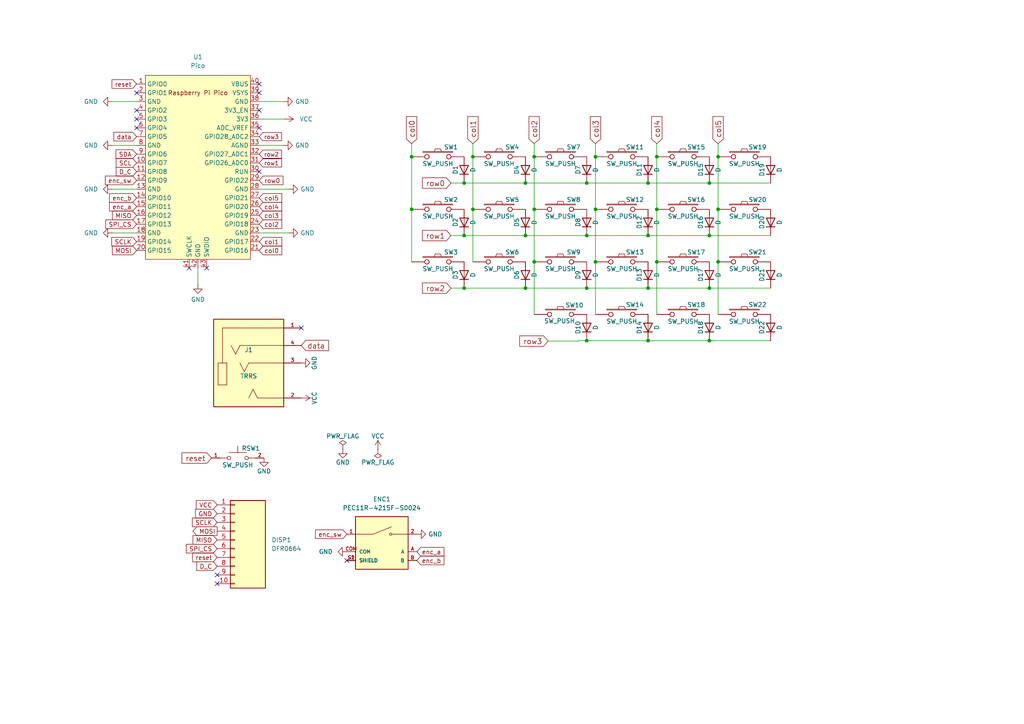
<source format=kicad_sch>
(kicad_sch (version 20250114) (generator "eeschema") (generator_version "9.0")
  (paper "A4")
  (title_block (title "Sandevistan44") (date "2025-05-26") (rev "0.0.1") (company "islathehut") (comment 1 "Left Side"))
  (lib_symbols
    (symbol "Device:D" (pin_numbers (hide yes)) (pin_names (offset 1.016) (hide yes))
      (property "Reference" "D" (at 0 2.54 0))
      (property "Value" "D" (at 0 -2.54 0))
      (symbol "D_0_1"
        (polyline (pts (xy -1.27 1.27) (xy -1.27 -1.27)) (stroke (width 0.254)))
        (polyline (pts (xy 1.27 1.27) (xy 1.27 -1.27) (xy -1.27 0) (xy 1.27 1.27)) (stroke (width 0.254)))
        (polyline (pts (xy 1.27 0) (xy -1.27 0)))
      )
      (symbol "D_1_1"
        (pin passive line (at -3.81 0 0) (length 2.54) (name "K") (number "1"))
        (pin passive line (at 3.81 0 180) (length 2.54) (name "A") (number "2"))
      )
    )
    (symbol "GND_1" (power) (pin_numbers (hide yes)) (pin_names (offset 0) (hide yes))
      (property "Value" "GND" (at 0 -3.81 0))
      (symbol "GND_1_0_1"
        (polyline (pts (xy 0 0) (xy 0 -1.27) (xy 1.27 -1.27) (xy 0 -2.54) (xy -1.27 -1.27) (xy 0 -1.27)))
      )
      (symbol "GND_1_1_1"
        (pin power_in line (at 0 0 270) (length 0) (name "~") (number "1"))
      )
    )
    (symbol "MCU_RaspberryPi_and_Boards:Pico"
      (property "Reference" "U" (at -13.97 27.94 0))
      (property "Value" "Pico" (at 0 19.05 0))
      (symbol "Pico_0_0"
        (text "Raspberry Pi Pico" (at 0 21.59 0) (effects (font (size 1.27 1.27))))
      )
      (symbol "Pico_0_1"
        (rectangle (start -15.24 26.67) (end 15.24 -26.67) (fill (type background)))
      )
      (symbol "Pico_1_1"
        (pin bidirectional line (at -17.78 24.13 0) (length 2.54) (name "GPIO0") (number "1"))
        (pin bidirectional line (at -17.78 21.59 0) (length 2.54) (name "GPIO1") (number "2"))
        (pin power_in line (at -17.78 19.05 0) (length 2.54) (name "GND") (number "3"))
        (pin bidirectional line (at -17.78 16.51 0) (length 2.54) (name "GPIO2") (number "4"))
        (pin bidirectional line (at -17.78 13.97 0) (length 2.54) (name "GPIO3") (number "5"))
        (pin bidirectional line (at -17.78 11.43 0) (length 2.54) (name "GPIO4") (number "6"))
        (pin bidirectional line (at -17.78 8.89 0) (length 2.54) (name "GPIO5") (number "7"))
        (pin power_in line (at -17.78 6.35 0) (length 2.54) (name "GND") (number "8"))
        (pin bidirectional line (at -17.78 3.81 0) (length 2.54) (name "GPIO6") (number "9"))
        (pin bidirectional line (at -17.78 1.27 0) (length 2.54) (name "GPIO7") (number "10"))
        (pin bidirectional line (at -17.78 -1.27 0) (length 2.54) (name "GPIO8") (number "11"))
        (pin bidirectional line (at -17.78 -3.81 0) (length 2.54) (name "GPIO9") (number "12"))
        (pin power_in line (at -17.78 -6.35 0) (length 2.54) (name "GND") (number "13"))
        (pin bidirectional line (at -17.78 -8.89 0) (length 2.54) (name "GPIO10") (number "14"))
        (pin bidirectional line (at -17.78 -11.43 0) (length 2.54) (name "GPIO11") (number "15"))
        (pin bidirectional line (at -17.78 -13.97 0) (length 2.54) (name "GPIO12") (number "16"))
        (pin bidirectional line (at -17.78 -16.51 0) (length 2.54) (name "GPIO13") (number "17"))
        (pin power_in line (at -17.78 -19.05 0) (length 2.54) (name "GND") (number "18"))
        (pin bidirectional line (at -17.78 -21.59 0) (length 2.54) (name "GPIO14") (number "19"))
        (pin bidirectional line (at -17.78 -24.13 0) (length 2.54) (name "GPIO15") (number "20"))
        (pin input line (at -2.54 -29.21 90) (length 2.54) (name "SWCLK") (number "41"))
        (pin power_in line (at 0 -29.21 90) (length 2.54) (name "GND") (number "42"))
        (pin bidirectional line (at 2.54 -29.21 90) (length 2.54) (name "SWDIO") (number "43"))
        (pin power_in line (at 17.78 24.13 180) (length 2.54) (name "VBUS") (number "40"))
        (pin power_in line (at 17.78 21.59 180) (length 2.54) (name "VSYS") (number "39"))
        (pin bidirectional line (at 17.78 19.05 180) (length 2.54) (name "GND") (number "38"))
        (pin input line (at 17.78 16.51 180) (length 2.54) (name "3V3_EN") (number "37"))
        (pin power_in line (at 17.78 13.97 180) (length 2.54) (name "3V3") (number "36"))
        (pin power_in line (at 17.78 11.43 180) (length 2.54) (name "ADC_VREF") (number "35"))
        (pin bidirectional line (at 17.78 8.89 180) (length 2.54) (name "GPIO28_ADC2") (number "34"))
        (pin power_in line (at 17.78 6.35 180) (length 2.54) (name "AGND") (number "33"))
        (pin bidirectional line (at 17.78 3.81 180) (length 2.54) (name "GPIO27_ADC1") (number "32"))
        (pin bidirectional line (at 17.78 1.27 180) (length 2.54) (name "GPIO26_ADC0") (number "31"))
        (pin input line (at 17.78 -1.27 180) (length 2.54) (name "RUN") (number "30"))
        (pin bidirectional line (at 17.78 -3.81 180) (length 2.54) (name "GPIO22") (number "29"))
        (pin power_in line (at 17.78 -6.35 180) (length 2.54) (name "GND") (number "28"))
        (pin bidirectional line (at 17.78 -8.89 180) (length 2.54) (name "GPIO21") (number "27"))
        (pin bidirectional line (at 17.78 -11.43 180) (length 2.54) (name "GPIO20") (number "26"))
        (pin bidirectional line (at 17.78 -13.97 180) (length 2.54) (name "GPIO19") (number "25"))
        (pin bidirectional line (at 17.78 -16.51 180) (length 2.54) (name "GPIO18") (number "24"))
        (pin power_in line (at 17.78 -19.05 180) (length 2.54) (name "GND") (number "23"))
        (pin bidirectional line (at 17.78 -21.59 180) (length 2.54) (name "GPIO17") (number "22"))
        (pin bidirectional line (at 17.78 -24.13 180) (length 2.54) (name "GPIO16") (number "21"))
      )
    )
    (symbol "PEC11R-4215F-S0024:PEC11R-4215F-S0024" (pin_names (offset 1.016))
      (property "Reference" "MT" (at -7.62 8.89 0))
      (property "Value" "PEC11R-4215F-S0024" (at -7.62 -8.89 0))
      (symbol "PEC11R-4215F-S0024_0_0"
        (rectangle (start -7.62 -7.62) (end 7.62 7.62) (stroke (width 0.254)) (fill (type background)))
        (polyline (pts (xy -2.54 2.54) (xy -7.62 2.54)) (stroke (width 0.1524)))
        (polyline (pts (xy -2.54 2.54) (xy 2.794 4.6736)) (stroke (width 0.1524)))
        (circle (center 2.54 2.54) (radius 0.3302) (stroke (width 0.1524)))
        (polyline (pts (xy 7.62 2.54) (xy 2.921 2.54)) (stroke (width 0.1524)))
        (pin passive line (at -10.16 2.54 0) (length 2.54) (name "~") (number "1"))
        (pin passive line (at -10.16 -2.54 0) (length 2.54) (name "COM") (number "COM"))
        (pin passive line (at -10.16 -5.08 0) (length 2.54) (name "SHIELD") (number "S1"))
        (pin passive line (at -10.16 -5.08 0) (length 2.54) (name "SHIELD") (number "S2"))
        (pin passive line (at 10.16 2.54 180) (length 2.54) (name "~") (number "2"))
        (pin passive line (at 10.16 -2.54 180) (length 2.54) (name "A") (number "A"))
        (pin passive line (at 10.16 -5.08 180) (length 2.54) (name "B") (number "B"))
      )
    )
    (symbol "SJ2-35954A-SMT-TR:SJ2-35954A-SMT-TR" (pin_names (offset 1.016))
      (property "Reference" "J" (at -10.1741 15.2612 0))
      (property "Value" "SJ2-35954A-SMT-TR" (at -10.1738 -17.8041 0))
      (symbol "SJ2-35954A-SMT-TR_0_0"
        (rectangle (start -10.16 -12.7) (end 10.16 12.7) (stroke (width 0.254)) (fill (type background)))
        (polyline (pts (xy -8.89 0) (xy -7.62 0)) (stroke (width 0.1524)))
        (polyline (pts (xy -8.89 -6.35) (xy -8.89 0)) (stroke (width 0.1524)))
        (polyline (pts (xy -7.62 10.16) (xy -7.62 0)) (stroke (width 0.1524)))
        (polyline (pts (xy -7.62 0) (xy -6.35 0)) (stroke (width 0.1524)))
        (polyline (pts (xy -6.35 0) (xy -6.35 -6.35)) (stroke (width 0.1524)))
        (polyline (pts (xy -6.35 -6.35) (xy -8.89 -6.35)) (stroke (width 0.1524)))
        (polyline (pts (xy -3.81 2.54) (xy -5.08 5.08)) (stroke (width 0.1524)))
        (polyline (pts (xy -2.54 5.08) (xy -3.81 2.54)) (stroke (width 0.1524)))
        (polyline (pts (xy -1.27 -2.54) (xy -2.54 0)) (stroke (width 0.1524)))
        (polyline (pts (xy 0 0) (xy -1.27 -2.54)) (stroke (width 0.1524)))
        (polyline (pts (xy 1.27 -7.62) (xy 0 -10.16)) (stroke (width 0.1524)))
        (polyline (pts (xy 2.54 -10.16) (xy 1.27 -7.62)) (stroke (width 0.1524)))
        (polyline (pts (xy 10.16 10.16) (xy -7.62 10.16)) (stroke (width 0.1524)))
        (polyline (pts (xy 10.16 5.08) (xy -2.54 5.08)) (stroke (width 0.1524)))
        (polyline (pts (xy 10.16 0) (xy 0 0)) (stroke (width 0.1524)))
        (polyline (pts (xy 10.16 -10.16) (xy 2.54 -10.16)) (stroke (width 0.1524)))
        (pin passive line (at 15.24 10.16 180) (length 5.08) (name "~") (number "1"))
        (pin passive line (at 15.24 5.08 180) (length 5.08) (name "~") (number "4"))
        (pin passive line (at 15.24 0 180) (length 5.08) (name "~") (number "3"))
        (pin passive line (at 15.24 -10.16 180) (length 5.08) (name "~") (number "2"))
      )
    )
    (symbol "SW_PUSH_1" (pin_numbers (hide yes)) (pin_names (offset 1.016) (hide yes))
      (property "Reference" "SW" (at 3.81 2.794 0))
      (property "Value" "SW_PUSH" (at 0 -2.032 0))
      (symbol "SW_PUSH_1_0_1"
        (rectangle (start -4.318 1.27) (end 4.318 1.524))
        (polyline (pts (xy -1.016 1.524) (xy -0.762 2.286) (xy 0.762 2.286) (xy 1.016 1.524)))
        (pin passive inverted (at -7.62 0 0) (length 5.08) (name "1") (number "1"))
        (pin passive inverted (at 7.62 0 180) (length 5.08) (name "2") (number "2"))
      )
    )
    (symbol "TL6340AF160Q:TL6340AF160Q" (pin_names (offset 1.016))
      (property "Reference" "S" (at -7.62 5.08 0))
      (property "Value" "TL6340AF160Q" (at -7.62 -5.08 0))
      (symbol "TL6340AF160Q_0_0"
        (polyline (pts (xy -5.08 0) (xy -3.048 0)) (stroke (width 0.1524)))
        (polyline (pts (xy -2.54 1.5875) (xy 2.54 1.5875)) (stroke (width 0.1524)))
        (circle (center -2.54 0) (radius 0.508) (stroke (width 0.1524)))
        (polyline (pts (xy 0 1.5875) (xy 0 3.4925)) (stroke (width 0.1524)))
        (circle (center 2.54 0) (radius 0.508) (stroke (width 0.1524)))
        (polyline (pts (xy 5.08 0) (xy 3.048 0)) (stroke (width 0.1524)))
        (pin passive line (at -7.62 0 0) (length 2.54) (name "~") (number "1"))
        (pin passive line (at 7.62 0 180) (length 2.54) (name "~") (number "2"))
      )
    )
    (symbol "VCC_1" (power) (pin_numbers (hide yes)) (pin_names (offset 0) (hide yes))
      (property "Value" "VCC" (at 0 3.556 0))
      (symbol "VCC_1_0_1"
        (polyline (pts (xy -0.762 1.27) (xy 0 2.54)))
        (polyline (pts (xy 0 2.54) (xy 0.762 1.27)))
        (polyline (pts (xy 0 0) (xy 0 2.54)))
      )
      (symbol "VCC_1_1_1"
        (pin power_in line (at 0 0 90) (length 0) (name "~") (number "1"))
      )
    )
    (symbol "kbd:SW_PUSH" (pin_numbers (hide yes)) (pin_names (offset 1.016) (hide yes))
      (property "Reference" "SW" (at 3.81 2.794 0))
      (property "Value" "SW_PUSH" (at 0 -2.032 0))
      (symbol "SW_PUSH_0_1"
        (rectangle (start -4.318 1.27) (end 4.318 1.524))
        (polyline (pts (xy -1.016 1.524) (xy -0.762 2.286) (xy 0.762 2.286) (xy 1.016 1.524)))
        (pin passive inverted (at -7.62 0 0) (length 5.08) (name "1") (number "1"))
        (pin passive inverted (at 7.62 0 180) (length 5.08) (name "2") (number "2"))
      )
    )
    (symbol "power:GND" (power) (pin_names (offset 0))
      (property "Value" "GND" (at 0 -3.81 0))
      (symbol "GND_0_1"
        (polyline (pts (xy 0 0) (xy 0 -1.27) (xy 1.27 -1.27) (xy 0 -2.54) (xy -1.27 -1.27) (xy 0 -1.27)))
      )
      (symbol "GND_1_1"
        (pin power_in line (at 0 0 270) (length 0) (hide yes) (name "GND") (number "1"))
      )
    )
    (symbol "power:PWR_FLAG" (power) (pin_numbers (hide yes)) (pin_names (offset 0) (hide yes))
      (property "Value" "PWR_FLAG" (at 0 3.81 0))
      (symbol "PWR_FLAG_0_0"
        (pin power_out line (at 0 0 90) (length 0) (name "pwr") (number "1"))
      )
      (symbol "PWR_FLAG_0_1"
        (polyline (pts (xy 0 0) (xy 0 1.27) (xy -1.016 1.905) (xy 0 2.54) (xy 1.016 1.905) (xy 0 1.27)))
      )
    )
    (symbol "power:VCC" (power) (pin_names (offset 0))
      (property "Value" "VCC" (at 0 3.81 0))
      (symbol "VCC_0_1"
        (polyline (pts (xy -0.762 1.27) (xy 0 2.54)))
        (polyline (pts (xy 0 2.54) (xy 0.762 1.27)))
        (polyline (pts (xy 0 0) (xy 0 2.54)))
      )
      (symbol "VCC_1_1"
        (pin power_in line (at 0 0 90) (length 0) (hide yes) (name "VCC") (number "1"))
      )
    )
    (symbol "sandevistan44:DFR0664" (pin_names (offset 1.016) (hide yes))
      (property "Reference" "DISP" (at 0 12.7 0))
      (property "Value" "DFR0664" (at 0 -15.24 0))
      (symbol "DFR0664_1_1"
        (rectangle (start -1.27 11.43) (end 8.89 -13.97) (stroke (width 0.254)) (fill (type background)))
        (rectangle (start -1.27 10.287) (end 0 10.033) (stroke (width 0.1524)))
        (rectangle (start -1.27 7.747) (end 0 7.493) (stroke (width 0.1524)))
        (rectangle (start -1.27 5.207) (end 0 4.953) (stroke (width 0.1524)))
        (rectangle (start -1.27 2.667) (end 0 2.413) (stroke (width 0.1524)))
        (rectangle (start -1.27 0.127) (end 0 -0.127) (stroke (width 0.1524)))
        (rectangle (start -1.27 -2.413) (end 0 -2.667) (stroke (width 0.1524)))
        (rectangle (start -1.27 -4.953) (end 0 -5.207) (stroke (width 0.1524)))
        (rectangle (start -1.27 -7.493) (end 0 -7.747) (stroke (width 0.1524)))
        (rectangle (start -1.27 -10.033) (end 0 -10.287) (stroke (width 0.1524)))
        (rectangle (start -1.27 -12.573) (end 0 -12.827) (stroke (width 0.1524)))
        (pin power_in line (at -5.08 10.16 0) (length 3.81) (name "VCC") (number "1"))
        (pin power_out line (at -5.08 7.62 0) (length 3.81) (name "GND") (number "2"))
        (pin input line (at -5.08 5.08 0) (length 3.81) (name "SCLK") (number "3"))
        (pin output line (at -5.08 2.54 0) (length 3.81) (name "MOSI") (number "4"))
        (pin input line (at -5.08 0 0) (length 3.81) (name "MISO") (number "5"))
        (pin input line (at -5.08 -2.54 0) (length 3.81) (name "CS") (number "6"))
        (pin input line (at -5.08 -5.08 0) (length 3.81) (name "RST") (number "7"))
        (pin input line (at -5.08 -7.62 0) (length 3.81) (name "DC") (number "8"))
        (pin input line (at -5.08 -10.16 0) (length 3.81) (name "BL") (number "9"))
        (pin input line (at -5.08 -12.7 0) (length 3.81) (name "SDCS") (number "10"))
      )
    )
  )
  (junction (at 170.18 53.086))
  (junction (at 154.94 60.706))
  (junction (at 187.96 83.566))
  (junction (at 190.5 75.946))
  (junction (at 205.74 68.326))
  (junction (at 205.74 53.086))
  (junction (at 154.94 75.946))
  (junction (at 170.18 83.566))
  (junction (at 205.74 83.566))
  (junction (at 137.16 60.706))
  (junction (at 187.96 53.086))
  (junction (at 208.28 45.466))
  (junction (at 134.62 83.566))
  (junction (at 187.96 98.806))
  (junction (at 187.96 68.326))
  (junction (at 172.72 60.706))
  (junction (at 172.72 45.466))
  (junction (at 134.62 68.326))
  (junction (at 134.62 53.086))
  (junction (at 172.72 75.946))
  (junction (at 190.5 45.466))
  (junction (at 208.28 60.706))
  (junction (at 137.16 45.466))
  (junction (at 154.94 45.466))
  (junction (at 119.38 60.706))
  (junction (at 205.74 98.806))
  (junction (at 152.4 68.326))
  (junction (at 119.38 45.466))
  (junction (at 170.18 98.806))
  (junction (at 170.18 68.326))
  (junction (at 190.5 60.706))
  (junction (at 152.4 83.566))
  (junction (at 208.28 75.946))
  (junction (at 152.4 53.086))
  (no_connect (at 62.992 169.291))
  (no_connect (at 87.376 95.123))
  (no_connect (at 39.624 37.084))
  (no_connect (at 75.184 24.384))
  (no_connect (at 75.184 32.004))
  (no_connect (at 75.184 37.084))
  (no_connect (at 39.624 34.544))
  (no_connect (at 54.864 77.724))
  (no_connect (at 75.184 26.924))
  (no_connect (at 62.992 166.751))
  (no_connect (at 59.944 77.724))
  (no_connect (at 39.624 32.004))
  (no_connect (at 100.584 162.56))
  (no_connect (at 75.184 49.784))
  (no_connect (at 39.624 26.924))
  (wire (pts (xy 119.38 41.656) (xy 119.38 45.466)))
  (wire (pts (xy 134.62 53.086) (xy 152.4 53.086)))
  (wire (pts (xy 205.74 68.326) (xy 223.52 68.326)))
  (wire (pts (xy 119.38 45.466) (xy 119.38 60.706)))
  (wire (pts (xy 190.5 75.946) (xy 190.5 91.186)))
  (wire (pts (xy 190.5 45.466) (xy 190.5 60.706)))
  (wire (pts (xy 205.74 98.806) (xy 223.52 98.806)))
  (wire (pts (xy 170.18 98.806) (xy 187.96 98.806)))
  (wire (pts (xy 152.4 83.566) (xy 170.18 83.566)))
  (wire (pts (xy 134.62 83.566) (xy 152.4 83.566)))
  (wire (pts (xy 172.72 75.946) (xy 172.72 91.186)))
  (wire (pts (xy 154.94 45.466) (xy 154.94 60.706)))
  (wire (pts (xy 130.81 53.086) (xy 134.62 53.086)))
  (wire (pts (xy 205.74 83.566) (xy 223.52 83.566)))
  (wire (pts (xy 152.4 68.326) (xy 170.18 68.326)))
  (wire (pts (xy 208.28 60.706) (xy 208.28 75.946)))
  (wire (pts (xy 32.512 54.864) (xy 39.624 54.864)))
  (wire (pts (xy 119.38 60.706) (xy 119.38 75.946)))
  (wire (pts (xy 172.72 41.656) (xy 172.72 45.466)))
  (wire (pts (xy 82.55 34.544) (xy 75.184 34.544)))
  (wire (pts (xy 57.404 82.55) (xy 57.404 77.724)))
  (wire (pts (xy 159.004 98.933) (xy 167.64 98.933)))
  (wire (pts (xy 137.16 60.706) (xy 137.16 75.946)))
  (wire (pts (xy 152.4 53.086) (xy 170.18 53.086)))
  (wire (pts (xy 187.96 53.086) (xy 205.74 53.086)))
  (wire (pts (xy 32.512 29.464) (xy 39.624 29.464)))
  (wire (pts (xy 32.512 67.564) (xy 39.624 67.564)))
  (wire (pts (xy 167.64 98.806) (xy 170.18 98.806)))
  (wire (pts (xy 187.96 98.806) (xy 205.74 98.806)))
  (wire (pts (xy 83.82 54.864) (xy 75.184 54.864)))
  (wire (pts (xy 82.296 42.164) (xy 75.184 42.164)))
  (wire (pts (xy 205.74 53.086) (xy 223.52 53.086)))
  (wire (pts (xy 172.72 45.466) (xy 172.72 60.706)))
  (wire (pts (xy 134.62 68.326) (xy 152.4 68.326)))
  (wire (pts (xy 154.94 60.706) (xy 154.94 75.946)))
  (wire (pts (xy 137.16 45.466) (xy 137.16 60.706)))
  (wire (pts (xy 83.82 67.564) (xy 75.184 67.564)))
  (wire (pts (xy 32.512 42.164) (xy 39.624 42.164)))
  (wire (pts (xy 137.16 41.656) (xy 137.16 45.466)))
  (wire (pts (xy 167.64 98.933) (xy 167.64 98.806)))
  (wire (pts (xy 170.18 53.086) (xy 187.96 53.086)))
  (wire (pts (xy 172.72 60.706) (xy 172.72 75.946)))
  (wire (pts (xy 190.5 41.656) (xy 190.5 45.466)))
  (wire (pts (xy 130.81 83.566) (xy 134.62 83.566)))
  (wire (pts (xy 187.96 83.566) (xy 205.74 83.566)))
  (wire (pts (xy 170.18 83.566) (xy 187.96 83.566)))
  (wire (pts (xy 130.81 68.326) (xy 134.62 68.326)))
  (wire (pts (xy 82.296 29.464) (xy 75.184 29.464)))
  (wire (pts (xy 154.94 41.656) (xy 154.94 45.466)))
  (wire (pts (xy 208.28 45.466) (xy 208.28 60.706)))
  (wire (pts (xy 190.5 60.706) (xy 190.5 75.946)))
  (wire (pts (xy 154.94 75.946) (xy 154.94 91.186)))
  (wire (pts (xy 170.18 68.326) (xy 187.96 68.326)))
  (wire (pts (xy 187.96 68.326) (xy 205.74 68.326)))
  (wire (pts (xy 208.28 75.946) (xy 208.28 91.186)))
  (wire (pts (xy 208.28 41.656) (xy 208.28 45.466)))
  (global_label "enc_sw" (shape input) (at 100.584 154.94 180) (property "Intersheetrefs" "${INTERSHEET_REFS}" (effects (hide yes))))
  (global_label "col0" (shape input) (at 119.38 41.656 90) (effects (font (size 1.524 1.524))) (property "Intersheetrefs" "${INTERSHEET_REFS}" (effects (hide yes))))
  (global_label "SPI_CS" (shape input) (at 62.992 159.131 180) (property "Intersheetrefs" "${INTERSHEET_REFS}" (effects (hide yes))))
  (global_label "SCL" (shape input) (at 39.624 47.244 180) (property "Intersheetrefs" "${INTERSHEET_REFS}" (effects (hide yes))))
  (global_label "row3" (shape input) (at 75.184 39.624 0) (effects (font (size 1.1938 1.1938))) (property "Intersheetrefs" "${INTERSHEET_REFS}" (effects (hide yes))))
  (global_label "reset" (shape input) (at 61.341 132.842 180) (effects (font (size 1.524 1.524))) (property "Intersheetrefs" "${INTERSHEET_REFS}" (effects (hide yes))))
  (global_label "col1" (shape input) (at 137.16 41.656 90) (effects (font (size 1.524 1.524))) (property "Intersheetrefs" "${INTERSHEET_REFS}" (effects (hide yes))))
  (global_label "row0" (shape input) (at 130.81 53.086 180) (effects (font (size 1.524 1.524))) (property "Intersheetrefs" "${INTERSHEET_REFS}" (effects (hide yes))))
  (global_label "SDA" (shape input) (at 39.624 44.704 180) (property "Intersheetrefs" "${INTERSHEET_REFS}" (effects (hide yes))))
  (global_label "row1" (shape input) (at 75.184 47.244 0) (effects (font (size 1.1938 1.1938))) (property "Intersheetrefs" "${INTERSHEET_REFS}" (effects (hide yes))))
  (global_label "col0" (shape input) (at 75.184 72.644 0) (property "Intersheetrefs" "${INTERSHEET_REFS}" (effects (hide yes))))
  (global_label "col5" (shape input) (at 75.184 57.404 0) (property "Intersheetrefs" "${INTERSHEET_REFS}" (effects (hide yes))))
  (global_label "row2" (shape input) (at 130.81 83.566 180) (effects (font (size 1.524 1.524))) (property "Intersheetrefs" "${INTERSHEET_REFS}" (effects (hide yes))))
  (global_label "enc_sw" (shape input) (at 39.624 52.324 180) (property "Intersheetrefs" "${INTERSHEET_REFS}" (effects (hide yes))))
  (global_label "col4" (shape input) (at 75.184 59.944 0) (property "Intersheetrefs" "${INTERSHEET_REFS}" (effects (hide yes))))
  (global_label "VCC" (shape input) (at 62.992 146.431 180) (property "Intersheetrefs" "${INTERSHEET_REFS}" (effects (hide yes))))
  (global_label "enc_a" (shape input) (at 39.624 59.944 180) (property "Intersheetrefs" "${INTERSHEET_REFS}" (effects (hide yes))))
  (global_label "reset" (shape input) (at 62.992 161.671 180) (property "Intersheetrefs" "${INTERSHEET_REFS}" (effects (hide yes))))
  (global_label "MISO" (shape input) (at 62.992 156.591 180) (property "Intersheetrefs" "${INTERSHEET_REFS}" (effects (hide yes))))
  (global_label "MISO" (shape input) (at 39.624 62.484 180) (property "Intersheetrefs" "${INTERSHEET_REFS}" (effects (hide yes))))
  (global_label "row1" (shape input) (at 130.81 68.326 180) (effects (font (size 1.524 1.524))) (property "Intersheetrefs" "${INTERSHEET_REFS}" (effects (hide yes))))
  (global_label "col2" (shape input) (at 154.94 41.656 90) (effects (font (size 1.524 1.524))) (property "Intersheetrefs" "${INTERSHEET_REFS}" (effects (hide yes))))
  (global_label "reset" (shape input) (at 39.624 24.384 180) (property "Intersheetrefs" "${INTERSHEET_REFS}" (effects (hide yes))))
  (global_label "enc_b" (shape input) (at 39.624 57.404 180) (property "Intersheetrefs" "${INTERSHEET_REFS}" (effects (hide yes))))
  (global_label "enc_b" (shape input) (at 120.904 162.56 0) (property "Intersheetrefs" "${INTERSHEET_REFS}" (effects (hide yes))))
  (global_label "col5" (shape input) (at 208.28 41.656 90) (effects (font (size 1.524 1.524))) (property "Intersheetrefs" "${INTERSHEET_REFS}" (effects (hide yes))))
  (global_label "SCLK" (shape input) (at 39.624 70.104 180) (property "Intersheetrefs" "${INTERSHEET_REFS}" (effects (hide yes))))
  (global_label "D_C" (shape input) (at 62.992 164.211 180) (property "Intersheetrefs" "${INTERSHEET_REFS}" (effects (hide yes))))
  (global_label "row3" (shape input) (at 159.004 98.933 180) (effects (font (size 1.524 1.524))) (property "Intersheetrefs" "${INTERSHEET_REFS}" (effects (hide yes))))
  (global_label "col4" (shape input) (at 190.5 41.656 90) (effects (font (size 1.524 1.524))) (property "Intersheetrefs" "${INTERSHEET_REFS}" (effects (hide yes))))
  (global_label "GND" (shape input) (at 62.992 148.971 180) (property "Intersheetrefs" "${INTERSHEET_REFS}" (effects (hide yes))))
  (global_label "SPI_CS" (shape input) (at 39.624 65.024 180) (property "Intersheetrefs" "${INTERSHEET_REFS}" (effects (hide yes))))
  (global_label "D_C" (shape input) (at 39.624 49.784 180) (property "Intersheetrefs" "${INTERSHEET_REFS}" (effects (hide yes))))
  (global_label "col2" (shape input) (at 75.184 65.024 0) (property "Intersheetrefs" "${INTERSHEET_REFS}" (effects (hide yes))))
  (global_label "row0" (shape input) (at 75.184 52.324 0) (property "Intersheetrefs" "${INTERSHEET_REFS}" (effects (hide yes))))
  (global_label "col1" (shape input) (at 75.184 70.104 0) (property "Intersheetrefs" "${INTERSHEET_REFS}" (effects (hide yes))))
  (global_label "enc_a" (shape input) (at 120.904 160.02 0) (property "Intersheetrefs" "${INTERSHEET_REFS}" (effects (hide yes))))
  (global_label "MOSI" (shape input) (at 39.624 72.644 180) (property "Intersheetrefs" "${INTERSHEET_REFS}" (effects (hide yes))))
  (global_label "row2" (shape input) (at 75.184 44.704 0) (effects (font (size 1.1938 1.1938))) (property "Intersheetrefs" "${INTERSHEET_REFS}" (effects (hide yes))))
  (global_label "col3" (shape input) (at 75.184 62.484 0) (property "Intersheetrefs" "${INTERSHEET_REFS}" (effects (hide yes))))
  (global_label "data" (shape input) (at 39.624 39.624 180) (property "Intersheetrefs" "${INTERSHEET_REFS}" (effects (hide yes))))
  (global_label "col3" (shape input) (at 172.72 41.656 90) (effects (font (size 1.524 1.524))) (property "Intersheetrefs" "${INTERSHEET_REFS}" (effects (hide yes))))
  (global_label "SCLK" (shape input) (at 62.992 151.511 180) (property "Intersheetrefs" "${INTERSHEET_REFS}" (effects (hide yes))))
  (global_label "data" (shape input) (at 87.376 100.203 0) (effects (font (size 1.524 1.524))) (property "Intersheetrefs" "${INTERSHEET_REFS}" (effects (hide yes))))
  (global_label "MOSI" (shape output) (at 62.992 154.051 180) (property "Intersheetrefs" "${INTERSHEET_REFS}" (effects (hide yes))))
  (symbol (lib_id "kbd:SW_PUSH") (at 144.78 45.466 0) (unit 1)
    (property "Reference" "SW4" (at 148.59 42.672 0))
    (property "Value" "SW_PUSH" (at 144.78 47.498 0))
    (property "Footprint" "Library:Universal Switch Footprint (1u)" (effects (hide yes)))
  )
  (symbol (lib_id "Device:D") (at 152.4 49.276 90) (unit 1)
    (property "Reference" "D4" (at 149.86 49.276 0))
    (property "Value" "D" (at 154.94 49.276 0))
    (property "Footprint" "Library:TH 1N4148 Diode (long)" (effects (hide yes)))
    (property "Description" "Diode" (effects (hide yes)))
    (property "Sim.Device" "D" (effects (hide yes)))
    (property "Sim.Pins" "1=K 2=A" (effects (hide yes)))
  )
  (symbol (lib_id "kbd:SW_PUSH") (at 162.56 45.466 0) (unit 1)
    (property "Reference" "SW7" (at 166.37 42.672 0))
    (property "Value" "SW_PUSH" (at 162.56 47.498 0))
    (property "Footprint" "Library:Universal Switch Footprint (1u)" (effects (hide yes)))
  )
  (symbol (lib_id "Device:D") (at 170.18 49.276 90) (unit 1)
    (property "Reference" "D7" (at 167.64 49.276 0))
    (property "Value" "D" (at 172.72 49.276 0))
    (property "Footprint" "Library:TH 1N4148 Diode (long)" (effects (hide yes)))
    (property "Description" "Diode" (effects (hide yes)))
    (property "Sim.Device" "D" (effects (hide yes)))
    (property "Sim.Pins" "1=K 2=A" (effects (hide yes)))
  )
  (symbol (lib_id "kbd:SW_PUSH") (at 180.34 45.466 0) (unit 1)
    (property "Reference" "SW11" (at 184.15 42.672 0))
    (property "Value" "SW_PUSH" (at 180.34 47.498 0))
    (property "Footprint" "Library:Universal Switch Footprint (1u)" (effects (hide yes)))
  )
  (symbol (lib_id "kbd:SW_PUSH") (at 198.12 45.466 0) (unit 1)
    (property "Reference" "SW15" (at 201.93 42.672 0))
    (property "Value" "SW_PUSH" (at 198.12 47.498 0))
    (property "Footprint" "Library:Universal Switch Footprint (1u)" (effects (hide yes)))
  )
  (symbol (lib_id "kbd:SW_PUSH") (at 215.9 45.466 0) (unit 1)
    (property "Reference" "SW19" (at 219.71 42.672 0))
    (property "Value" "SW_PUSH" (at 215.9 47.498 0))
    (property "Footprint" "Library:Universal Switch Footprint (1u)" (effects (hide yes)))
  )
  (symbol (lib_id "Device:D") (at 187.96 49.276 90) (unit 1)
    (property "Reference" "D11" (at 185.42 49.276 0))
    (property "Value" "D" (at 190.5 49.276 0))
    (property "Footprint" "Library:TH 1N4148 Diode (long)" (effects (hide yes)))
    (property "Description" "Diode" (effects (hide yes)))
    (property "Sim.Device" "D" (effects (hide yes)))
    (property "Sim.Pins" "1=K 2=A" (effects (hide yes)))
  )
  (symbol (lib_id "Device:D") (at 205.74 49.276 90) (unit 1)
    (property "Reference" "D15" (at 203.2 49.276 0))
    (property "Value" "D" (at 208.28 49.276 0))
    (property "Footprint" "Library:TH 1N4148 Diode (long)" (effects (hide yes)))
    (property "Description" "Diode" (effects (hide yes)))
    (property "Sim.Device" "D" (effects (hide yes)))
    (property "Sim.Pins" "1=K 2=A" (effects (hide yes)))
  )
  (symbol (lib_id "Device:D") (at 223.52 49.276 90) (unit 1)
    (property "Reference" "D19" (at 220.98 49.276 0))
    (property "Value" "D" (at 226.06 49.276 0))
    (property "Footprint" "Library:TH 1N4148 Diode (long)" (effects (hide yes)))
    (property "Description" "Diode" (effects (hide yes)))
    (property "Sim.Device" "D" (effects (hide yes)))
    (property "Sim.Pins" "1=K 2=A" (effects (hide yes)))
  )
  (symbol (lib_id "kbd:SW_PUSH") (at 127 45.466 0) (unit 1)
    (property "Reference" "SW1" (at 130.81 42.672 0))
    (property "Value" "SW_PUSH" (at 127 47.498 0))
    (property "Footprint" "Library:Universal Switch Footprint (1u)" (effects (hide yes)))
  )
  (symbol (lib_id "Device:D") (at 134.62 49.276 90) (unit 1)
    (property "Reference" "D1" (at 132.08 49.276 0))
    (property "Value" "D" (at 137.16 49.276 0))
    (property "Footprint" "Library:TH 1N4148 Diode (long)" (effects (hide yes)))
    (property "Description" "Diode" (effects (hide yes)))
    (property "Sim.Device" "D" (effects (hide yes)))
    (property "Sim.Pins" "1=K 2=A" (effects (hide yes)))
  )
  (symbol (lib_id "kbd:SW_PUSH") (at 144.78 60.706 0) (unit 1)
    (property "Reference" "SW5" (at 148.59 57.912 0))
    (property "Value" "SW_PUSH" (at 144.78 62.738 0))
    (property "Footprint" "Library:Universal Switch Footprint (1u)" (effects (hide yes)))
  )
  (symbol (lib_id "Device:D") (at 152.4 64.516 90) (unit 1)
    (property "Reference" "D5" (at 149.86 64.516 0))
    (property "Value" "D" (at 154.94 64.516 0))
    (property "Footprint" "Library:TH 1N4148 Diode (long)" (effects (hide yes)))
    (property "Description" "Diode" (effects (hide yes)))
    (property "Sim.Device" "D" (effects (hide yes)))
    (property "Sim.Pins" "1=K 2=A" (effects (hide yes)))
  )
  (symbol (lib_id "kbd:SW_PUSH") (at 162.56 60.706 0) (unit 1)
    (property "Reference" "SW8" (at 166.37 57.912 0))
    (property "Value" "SW_PUSH" (at 162.56 62.738 0))
    (property "Footprint" "Library:Universal Switch Footprint (1u)" (effects (hide yes)))
  )
  (symbol (lib_id "Device:D") (at 170.18 64.516 90) (unit 1)
    (property "Reference" "D8" (at 167.64 64.516 0))
    (property "Value" "D" (at 172.72 64.516 0))
    (property "Footprint" "Library:TH 1N4148 Diode (long)" (effects (hide yes)))
    (property "Description" "Diode" (effects (hide yes)))
    (property "Sim.Device" "D" (effects (hide yes)))
    (property "Sim.Pins" "1=K 2=A" (effects (hide yes)))
  )
  (symbol (lib_id "kbd:SW_PUSH") (at 180.34 60.706 0) (unit 1)
    (property "Reference" "SW12" (at 184.15 57.912 0))
    (property "Value" "SW_PUSH" (at 180.34 62.738 0))
    (property "Footprint" "Library:Universal Switch Footprint (1u)" (effects (hide yes)))
  )
  (symbol (lib_id "kbd:SW_PUSH") (at 198.12 60.706 0) (unit 1)
    (property "Reference" "SW16" (at 201.93 57.912 0))
    (property "Value" "SW_PUSH" (at 198.12 62.738 0))
    (property "Footprint" "Library:Universal Switch Footprint (1u)" (effects (hide yes)))
  )
  (symbol (lib_id "kbd:SW_PUSH") (at 215.9 60.706 0) (unit 1)
    (property "Reference" "SW20" (at 219.71 57.912 0))
    (property "Value" "SW_PUSH" (at 215.9 62.738 0))
    (property "Footprint" "Library:Universal Switch Footprint (1u)" (effects (hide yes)))
  )
  (symbol (lib_id "Device:D") (at 187.96 64.516 90) (unit 1)
    (property "Reference" "D12" (at 185.42 64.516 0))
    (property "Value" "D" (at 190.5 64.516 0))
    (property "Footprint" "Library:TH 1N4148 Diode (long)" (effects (hide yes)))
    (property "Description" "Diode" (effects (hide yes)))
    (property "Sim.Device" "D" (effects (hide yes)))
    (property "Sim.Pins" "1=K 2=A" (effects (hide yes)))
  )
  (symbol (lib_id "Device:D") (at 205.74 64.516 90) (unit 1)
    (property "Reference" "D16" (at 203.2 64.516 0))
    (property "Value" "D" (at 208.28 64.516 0))
    (property "Footprint" "Library:TH 1N4148 Diode (long)" (effects (hide yes)))
    (property "Description" "Diode" (effects (hide yes)))
    (property "Sim.Device" "D" (effects (hide yes)))
    (property "Sim.Pins" "1=K 2=A" (effects (hide yes)))
  )
  (symbol (lib_id "Device:D") (at 223.52 64.516 90) (unit 1)
    (property "Reference" "D20" (at 220.98 64.516 0))
    (property "Value" "D" (at 226.06 64.516 0))
    (property "Footprint" "Library:TH 1N4148 Diode (long)" (effects (hide yes)))
    (property "Description" "Diode" (effects (hide yes)))
    (property "Sim.Device" "D" (effects (hide yes)))
    (property "Sim.Pins" "1=K 2=A" (effects (hide yes)))
  )
  (symbol (lib_id "kbd:SW_PUSH") (at 127 60.706 0) (unit 1)
    (property "Reference" "SW2" (at 130.81 57.912 0))
    (property "Value" "SW_PUSH" (at 127 62.738 0))
    (property "Footprint" "Library:Universal Switch Footprint (1u)" (effects (hide yes)))
  )
  (symbol (lib_id "Device:D") (at 134.62 64.516 90) (unit 1)
    (property "Reference" "D2" (at 132.08 64.516 0))
    (property "Value" "D" (at 137.16 64.516 0))
    (property "Footprint" "Library:TH 1N4148 Diode (long)" (effects (hide yes)))
    (property "Description" "Diode" (effects (hide yes)))
    (property "Sim.Device" "D" (effects (hide yes)))
    (property "Sim.Pins" "1=K 2=A" (effects (hide yes)))
  )
  (symbol (lib_id "kbd:SW_PUSH") (at 144.78 75.946 0) (unit 1)
    (property "Reference" "SW6" (at 148.59 73.152 0))
    (property "Value" "SW_PUSH" (at 144.78 77.978 0))
    (property "Footprint" "Library:Universal Switch Footprint (1u)" (effects (hide yes)))
  )
  (symbol (lib_id "Device:D") (at 152.4 79.756 90) (unit 1)
    (property "Reference" "D6" (at 149.86 79.756 0))
    (property "Value" "D" (at 154.94 79.756 0))
    (property "Footprint" "Library:TH 1N4148 Diode (long)" (effects (hide yes)))
    (property "Description" "Diode" (effects (hide yes)))
    (property "Sim.Device" "D" (effects (hide yes)))
    (property "Sim.Pins" "1=K 2=A" (effects (hide yes)))
  )
  (symbol (lib_id "kbd:SW_PUSH") (at 162.56 75.946 0) (unit 1)
    (property "Reference" "SW9" (at 166.37 73.152 0))
    (property "Value" "SW_PUSH" (at 162.56 77.978 0))
    (property "Footprint" "Library:Universal Switch Footprint (1u)" (effects (hide yes)))
  )
  (symbol (lib_id "Device:D") (at 170.18 79.756 90) (unit 1)
    (property "Reference" "D9" (at 167.64 79.756 0))
    (property "Value" "D" (at 172.72 79.756 0))
    (property "Footprint" "Library:TH 1N4148 Diode (long)" (effects (hide yes)))
    (property "Description" "Diode" (effects (hide yes)))
    (property "Sim.Device" "D" (effects (hide yes)))
    (property "Sim.Pins" "1=K 2=A" (effects (hide yes)))
  )
  (symbol (lib_id "kbd:SW_PUSH") (at 180.34 75.946 0) (unit 1)
    (property "Reference" "SW13" (at 184.15 73.152 0))
    (property "Value" "SW_PUSH" (at 180.34 77.978 0))
    (property "Footprint" "Library:Universal Switch Footprint (1u)" (effects (hide yes)))
  )
  (symbol (lib_id "kbd:SW_PUSH") (at 198.12 75.946 0) (unit 1)
    (property "Reference" "SW17" (at 201.93 73.152 0))
    (property "Value" "SW_PUSH" (at 198.12 77.978 0))
    (property "Footprint" "Library:Universal Switch Footprint (1u)" (effects (hide yes)))
  )
  (symbol (lib_id "kbd:SW_PUSH") (at 215.9 75.946 0) (unit 1)
    (property "Reference" "SW21" (at 219.71 73.152 0))
    (property "Value" "SW_PUSH" (at 215.9 77.978 0))
    (property "Footprint" "Library:Universal Switch Footprint (1u)" (effects (hide yes)))
  )
  (symbol (lib_id "Device:D") (at 187.96 79.756 90) (unit 1)
    (property "Reference" "D13" (at 185.42 79.756 0))
    (property "Value" "D" (at 190.5 79.756 0))
    (property "Footprint" "Library:TH 1N4148 Diode (long)" (effects (hide yes)))
    (property "Description" "Diode" (effects (hide yes)))
    (property "Sim.Device" "D" (effects (hide yes)))
    (property "Sim.Pins" "1=K 2=A" (effects (hide yes)))
  )
  (symbol (lib_id "Device:D") (at 205.74 79.756 90) (unit 1)
    (property "Reference" "D17" (at 203.2 79.756 0))
    (property "Value" "D" (at 208.28 79.756 0))
    (property "Footprint" "Library:TH 1N4148 Diode (long)" (effects (hide yes)))
    (property "Description" "Diode" (effects (hide yes)))
    (property "Sim.Device" "D" (effects (hide yes)))
    (property "Sim.Pins" "1=K 2=A" (effects (hide yes)))
  )
  (symbol (lib_id "Device:D") (at 223.52 79.756 90) (unit 1)
    (property "Reference" "D21" (at 220.98 79.756 0))
    (property "Value" "D" (at 226.06 79.756 0))
    (property "Footprint" "Library:TH 1N4148 Diode (long)" (effects (hide yes)))
    (property "Description" "Diode" (effects (hide yes)))
    (property "Sim.Device" "D" (effects (hide yes)))
    (property "Sim.Pins" "1=K 2=A" (effects (hide yes)))
  )
  (symbol (lib_id "kbd:SW_PUSH") (at 127 75.946 0) (unit 1)
    (property "Reference" "SW3" (at 130.81 73.152 0))
    (property "Value" "SW_PUSH" (at 127 77.978 0))
    (property "Footprint" "Library:Universal Switch Footprint (1u)" (effects (hide yes)))
  )
  (symbol (lib_id "Device:D") (at 134.62 79.756 90) (unit 1)
    (property "Reference" "D3" (at 132.08 79.756 0))
    (property "Value" "D" (at 137.16 79.756 0))
    (property "Footprint" "Library:TH 1N4148 Diode (long)" (effects (hide yes)))
    (property "Description" "Diode" (effects (hide yes)))
    (property "Sim.Device" "D" (effects (hide yes)))
    (property "Sim.Pins" "1=K 2=A" (effects (hide yes)))
  )
  (symbol (lib_id "kbd:SW_PUSH") (at 198.12 91.186 0) (unit 1)
    (property "Reference" "SW18" (at 201.93 88.392 0))
    (property "Value" "SW_PUSH" (at 198.12 93.218 0))
    (property "Footprint" "Library:Universal Switch Footprint (1u)" (effects (hide yes)))
  )
  (symbol (lib_id "Device:D") (at 205.74 94.996 90) (unit 1)
    (property "Reference" "D18" (at 203.2 94.996 0))
    (property "Value" "D" (at 208.28 94.996 0))
    (property "Footprint" "Library:TH 1N4148 Diode (long)" (effects (hide yes)))
    (property "Description" "Diode" (effects (hide yes)))
    (property "Sim.Device" "D" (effects (hide yes)))
    (property "Sim.Pins" "1=K 2=A" (effects (hide yes)))
  )
  (symbol (lib_id "kbd:SW_PUSH") (at 215.9 91.186 0) (unit 1)
    (property "Reference" "SW22" (at 219.71 88.392 0))
    (property "Value" "SW_PUSH" (at 215.9 93.218 0))
    (property "Footprint" "Library:Universal Switch Footprint (1.5u)" (effects (hide yes)))
  )
  (symbol (lib_id "Device:D") (at 223.52 94.996 90) (unit 1)
    (property "Reference" "D22" (at 220.98 94.996 0))
    (property "Value" "D" (at 226.06 94.996 0))
    (property "Footprint" "Library:TH 1N4148 Diode (long)" (effects (hide yes)))
    (property "Description" "Diode" (effects (hide yes)))
    (property "Sim.Device" "D" (effects (hide yes)))
    (property "Sim.Pins" "1=K 2=A" (effects (hide yes)))
  )
  (symbol (lib_id "kbd:SW_PUSH") (at 180.34 91.186 0) (unit 1)
    (property "Reference" "SW14" (at 184.15 88.392 0))
    (property "Value" "SW_PUSH" (at 180.34 93.218 0))
    (property "Footprint" "Library:Universal Switch Footprint (1u)" (effects (hide yes)))
  )
  (symbol (lib_id "Device:D") (at 187.96 94.996 90) (unit 1)
    (property "Reference" "D14" (at 185.42 94.996 0))
    (property "Value" "D" (at 190.5 94.996 0))
    (property "Footprint" "Library:TH 1N4148 Diode (long)" (effects (hide yes)))
    (property "Description" "Diode" (effects (hide yes)))
    (property "Sim.Device" "D" (effects (hide yes)))
    (property "Sim.Pins" "1=K 2=A" (effects (hide yes)))
  )
  (symbol (lib_id "power:GND") (at 99.441 130.302 0) (unit 1)
    (property "Reference" "#PWR07" (effects (hide yes)))
    (property "Value" "GND" (at 99.441 134.112 0))
  )
  (symbol (lib_id "power:VCC") (at 109.601 130.302 0) (unit 1)
    (property "Reference" "#PWR08" (effects (hide yes)))
    (property "Value" "VCC" (at 109.601 126.492 0))
  )
  (symbol (lib_id "power:PWR_FLAG") (at 109.601 130.302 180) (unit 1)
    (property "Reference" "#FLG02" (effects (hide yes)))
    (property "Value" "PWR_FLAG" (at 109.601 134.112 0))
  )
  (symbol (lib_id "power:PWR_FLAG") (at 99.441 130.302 0) (unit 1)
    (property "Reference" "#FLG01" (effects (hide yes)))
    (property "Value" "PWR_FLAG" (at 99.441 126.492 0))
  )
  (symbol (lib_id "TL6340AF160Q:TL6340AF160Q") (at 68.961 132.842 0) (unit 1)
    (property "Reference" "RSW1" (at 72.771 130.048 0))
    (property "Value" "SW_PUSH" (at 68.961 134.874 0))
    (property "Footprint" "TL6340AF160Q:SW_TL6340AF160Q" (effects (hide yes)))
    (property "PARTREV" "10.23.2019" (effects (hide yes)))
    (property "STANDARD" "Manufacturer Recommendations" (effects (hide yes)))
    (property "SNAPEDA_PN" "TL6340AF160Q" (effects (hide yes)))
    (property "MAXIMUM_PACKAGE_HEIGHT" "1.55mm" (effects (hide yes)))
    (property "MANUFACTURER" "E-Swtich" (effects (hide yes)))
  )
  (symbol (lib_id "power:GND") (at 76.581 132.842 0) (unit 1)
    (property "Reference" "#PWR02" (effects (hide yes)))
    (property "Value" "GND" (at 76.581 136.652 0))
  )
  (symbol (lib_id "power:VCC") (at 87.376 115.443 270) (unit 1)
    (property "Reference" "#PWR03" (effects (hide yes)))
    (property "Value" "VCC" (at 91.186 115.443 0))
  )
  (symbol (lib_id "power:GND") (at 87.376 105.283 90) (unit 1)
    (property "Reference" "#PWR04" (effects (hide yes)))
    (property "Value" "GND" (at 91.186 105.283 0))
  )
  (symbol (lib_id "SJ2-35954A-SMT-TR:SJ2-35954A-SMT-TR") (at 72.136 105.283 0) (unit 1)
    (property "Reference" "J1" (at 72.136 101.473 0))
    (property "Value" "TRRS" (at 72.136 109.093 0))
    (property "Footprint" "SJ2 35954A SMT TR:CUI_SJ2-35954A-SMT-TR" (effects (hide yes)))
    (property "MF" "Same Sky" (effects (hide yes)))
    (property "MAXIMUM_PACKAGE_HEIGHT" "5 mm" (effects (hide yes)))
    (property "Package" "None" (effects (hide yes)))
    (property "Price" "None" (effects (hide yes)))
    (property "Check_prices" "https://www.snapeda.com/parts/SJ2-35954A-SMT-TR/Same+Sky/view-part/?ref=eda" (effects (hide yes)))
    (property "STANDARD" "Manufacturer Recommendations" (effects (hide yes)))
    (property "PARTREV" "1.04" (effects (hide yes)))
    (property "SnapEDA_Link" "https://www.snapeda.com/parts/SJ2-35954A-SMT-TR/Same+Sky/view-part/?ref=snap" (effects (hide yes)))
    (property "MP" "SJ2-35954A-SMT-TR" (effects (hide yes)))
    (property "Description_1" "3.5 mm, Stereo, Right Angle, Surface Mount (SMT), 4 Conductors, 0 Internal Switches, Audio Jack Connector" (effects (hide yes)))
    (property "Availability" "In Stock" (effects (hide yes)))
    (property "MANUFACTURER" "CUI Devices" (effects (hide yes)))
  )
  (symbol (lib_name "GND_1") (lib_id "power:GND") (at 32.512 29.464 270) (unit 1)
    (property "Reference" "#PWR010" (effects (hide yes)))
    (property "Value" "GND" (at 28.448 29.4639 90) (effects (justify right)))
    (property "Description" "Power symbol creates a global label with name \"GND\" , ground" (effects (hide yes)))
  )
  (symbol (lib_name "GND_1") (lib_id "power:GND") (at 82.296 29.464 90) (unit 1)
    (property "Reference" "#PWR013" (effects (hide yes)))
    (property "Value" "GND" (at 85.598 29.4639 90) (effects (justify right)))
    (property "Description" "Power symbol creates a global label with name \"GND\" , ground" (effects (hide yes)))
  )
  (symbol (lib_name "SW_PUSH_1") (lib_id "kbd:SW_PUSH") (at 162.56 91.186 0) (unit 1)
    (property "Reference" "SW10" (at 166.624 88.519 0))
    (property "Value" "SW_PUSH" (at 162.306 93.091 0))
    (property "Footprint" "Library:Universal Switch Footprint (1u)" (effects (hide yes)))
  )
  (symbol (lib_name "GND_1") (lib_id "power:GND") (at 57.404 82.55 0) (unit 1)
    (property "Reference" "#PWR016" (effects (hide yes)))
    (property "Value" "GND" (at 57.404 86.868 0))
    (property "Description" "Power symbol creates a global label with name \"GND\" , ground" (effects (hide yes)))
  )
  (symbol (lib_name "GND_1") (lib_id "power:GND") (at 32.512 54.864 270) (unit 1)
    (property "Reference" "#PWR011" (effects (hide yes)))
    (property "Value" "GND" (at 28.448 54.8639 90) (effects (justify right)))
    (property "Description" "Power symbol creates a global label with name \"GND\" , ground" (effects (hide yes)))
  )
  (symbol (lib_name "GND_1") (lib_id "power:GND") (at 82.296 42.164 90) (unit 1)
    (property "Reference" "#PWR018" (effects (hide yes)))
    (property "Value" "GND" (at 85.598 42.1639 90) (effects (justify right)))
    (property "Description" "Power symbol creates a global label with name \"GND\" , ground" (effects (hide yes)))
  )
  (symbol (lib_name "GND_1") (lib_id "power:GND") (at 120.904 154.94 90) (unit 1)
    (property "Reference" "#PWR020" (effects (hide yes)))
    (property "Value" "GND" (at 124.206 154.9399 90) (effects (justify right)))
    (property "Description" "Power symbol creates a global label with name \"GND\" , ground" (effects (hide yes)))
  )
  (symbol (lib_id "Device:D") (at 170.18 94.996 90) (unit 1)
    (property "Reference" "D10" (at 167.64 94.996 0))
    (property "Value" "D" (at 172.72 94.996 0))
    (property "Footprint" "Library:TH 1N4148 Diode (long)" (effects (hide yes)))
    (property "Description" "Diode" (effects (hide yes)))
    (property "Sim.Device" "D" (effects (hide yes)))
    (property "Sim.Pins" "1=K 2=A" (effects (hide yes)))
  )
  (symbol (lib_name "GND_1") (lib_id "power:GND") (at 100.584 160.02 270) (unit 1)
    (property "Reference" "#PWR019" (effects (hide yes)))
    (property "Value" "GND" (at 96.52 160.0199 90) (effects (justify right)))
    (property "Description" "Power symbol creates a global label with name \"GND\" , ground" (effects (hide yes)))
  )
  (symbol (lib_name "GND_1") (lib_id "power:GND") (at 83.82 54.864 90) (unit 1)
    (property "Reference" "#PWR014" (effects (hide yes)))
    (property "Value" "GND" (at 87.122 54.8639 90) (effects (justify right)))
    (property "Description" "Power symbol creates a global label with name \"GND\" , ground" (effects (hide yes)))
  )
  (symbol (lib_name "GND_1") (lib_id "power:GND") (at 32.512 42.164 270) (unit 1)
    (property "Reference" "#PWR09" (effects (hide yes)))
    (property "Value" "GND" (at 28.448 42.1639 90) (effects (justify right)))
    (property "Description" "Power symbol creates a global label with name \"GND\" , ground" (effects (hide yes)))
  )
  (symbol (lib_id "sandevistan44:DFR0664") (at 68.072 156.591 0) (unit 1)
    (property "Reference" "DISP1" (at 78.74 156.5909 0) (effects (justify left)))
    (property "Value" "DFR0664" (at 78.74 159.1309 0) (effects (justify left)))
    (property "Footprint" "Library:DFR0664_2in_RGB_TFT_Display_3_standoff" (effects (hide yes)))
    (property "Description" "Generic connector, single row, 01x10, script generated (kicad-library-utils/schlib/autogen/connector/)" (effects (hide yes)))
  )
  (symbol (lib_name "GND_1") (lib_id "power:GND") (at 83.82 67.564 90) (unit 1)
    (property "Reference" "#PWR015" (effects (hide yes)))
    (property "Value" "GND" (at 87.122 67.5639 90) (effects (justify right)))
    (property "Description" "Power symbol creates a global label with name \"GND\" , ground" (effects (hide yes)))
  )
  (symbol (lib_id "MCU_RaspberryPi_and_Boards:Pico") (at 57.404 48.514 0) (unit 1)
    (property "Reference" "U1" (at 57.404 16.51 0))
    (property "Value" "Pico" (at 57.404 19.05 0))
    (property "Footprint" "Library:RPi_Pico_SMD_TH_no_through_holes" (effects (hide yes)))
  )
  (symbol (lib_name "VCC_1") (lib_id "power:VCC") (at 82.55 34.544 270) (unit 1)
    (property "Reference" "#PWR017" (effects (hide yes)))
    (property "Value" "VCC" (at 86.868 34.5439 90) (effects (justify left)))
    (property "Description" "Power symbol creates a global label with name \"VCC\"" (effects (hide yes)))
  )
  (symbol (lib_id "PEC11R-4215F-S0024:PEC11R-4215F-S0024") (at 110.744 157.48 0) (unit 1)
    (property "Reference" "ENC1" (at 110.744 144.78 0))
    (property "Value" "PEC11R-4215F-S0024" (at 110.744 147.32 0))
    (property "Footprint" "PEC11R-4215F-S0024:XDCR_PEC11R-4215F-S0024" (effects (hide yes)))
    (property "MF" "Bourns" (effects (hide yes)))
    (property "MAXIMUM_PACKAGE_HEIGHT" "21.5 mm" (effects (hide yes)))
    (property "Package" "None" (effects (hide yes)))
    (property "Price" "None" (effects (hide yes)))
    (property "Check_prices" "https://www.snapeda.com/parts/PEC11R-4215F-S0024/Bourns/view-part/?ref=eda" (effects (hide yes)))
    (property "STANDARD" "Manufacturer Recommendations" (effects (hide yes)))
    (property "PARTREV" "Rev. 09/19" (effects (hide yes)))
    (property "SnapEDA_Link" "https://www.snapeda.com/parts/PEC11R-4215F-S0024/Bourns/view-part/?ref=snap" (effects (hide yes)))
    (property "MP" "PEC11R-4215F-S0024" (effects (hide yes)))
    (property "Description_1" "Encoder,Rotary,24 Detents,15 mm, Shaft,Switch | Bourns PEC11R-4215F-S0024" (effects (hide yes)))
    (property "Availability" "In Stock" (effects (hide yes)))
    (property "MANUFACTURER" "J.W.Miller/Bourns" (effects (hide yes)))
  )
  (symbol (lib_name "GND_1") (lib_id "power:GND") (at 32.512 67.564 270) (unit 1)
    (property "Reference" "#PWR012" (effects (hide yes)))
    (property "Value" "GND" (at 28.448 67.5639 90) (effects (justify right)))
    (property "Description" "Power symbol creates a global label with name \"GND\" , ground" (effects (hide yes)))
  )
)
</source>
